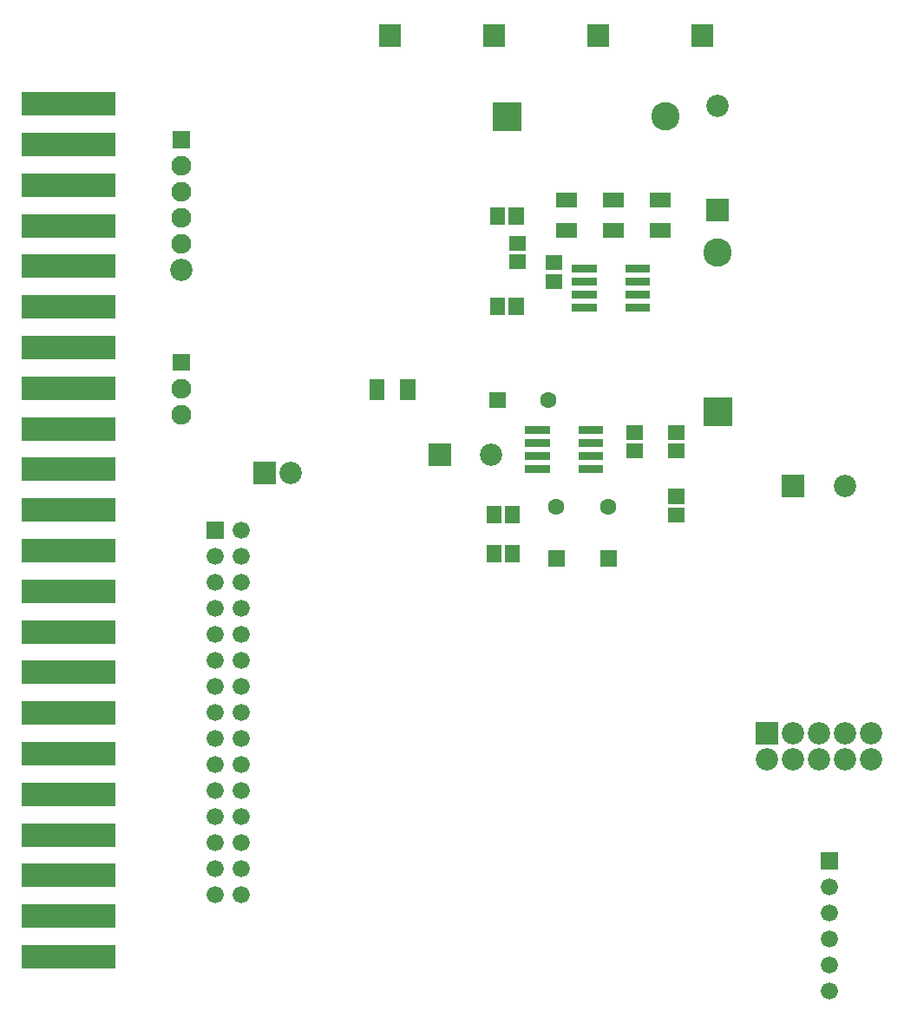
<source format=gts>
G04 start of page 2 for group 2 layer_idx 10 *
G04 Title: (unknown), top_mask *
G04 Creator: pcb-rnd 2.3.2 *
G04 CreationDate: 2021-07-14 03:04:30 UTC *
G04 For:  *
G04 Format: Gerber/RS-274X *
G04 PCB-Dimensions: 1000000 1000000 *
G04 PCB-Coordinate-Origin: lower left *
%MOIN*%
%FSLAX25Y25*%
%LNTOP_MASK_NONE_2*%
%ADD94C,0.0660*%
%ADD93C,0.0630*%
%ADD92C,0.1090*%
%ADD91C,0.0860*%
%ADD90C,0.0760*%
%ADD89C,0.0001*%
G54D89*G36*
X133500Y890300D02*Y899300D01*
X97500D01*
Y890300D01*
X133500D01*
G37*
G36*
Y874700D02*Y883700D01*
X97500D01*
Y874700D01*
X133500D01*
G37*
G36*
Y859100D02*Y868100D01*
X97500D01*
Y859100D01*
X133500D01*
G37*
G36*
Y843500D02*Y852500D01*
X97500D01*
Y843500D01*
X133500D01*
G37*
G36*
X162300Y884300D02*Y877700D01*
X155700D01*
Y884300D01*
X162300D01*
G37*
G54D90*X159000Y871000D03*
Y861000D03*
Y851000D03*
Y841000D03*
G54D91*X365000Y894000D03*
G54D92*X345024Y890000D03*
G54D89*G36*
X309000Y833000D02*X318500D01*
Y830000D01*
X309000D01*
Y833000D01*
G37*
G36*
X339000Y830000D02*X329500D01*
Y833000D01*
X339000D01*
Y830000D01*
G37*
G36*
X309000Y828000D02*X318500D01*
Y825000D01*
X309000D01*
Y828000D01*
G37*
G36*
X339000Y825000D02*X329500D01*
Y828000D01*
X339000D01*
Y825000D01*
G37*
G36*
X283469Y777846D02*Y784154D01*
X277161D01*
Y777846D01*
X283469D01*
G37*
G36*
X321000Y768000D02*X311500D01*
Y771000D01*
X321000D01*
Y768000D01*
G37*
G54D93*X300000Y781000D03*
G54D89*G36*
X291000Y771000D02*X300500D01*
Y768000D01*
X291000D01*
Y771000D01*
G37*
G36*
Y766000D02*X300500D01*
Y763000D01*
X291000D01*
Y766000D01*
G37*
G36*
Y761000D02*X300500D01*
Y758000D01*
X291000D01*
Y761000D01*
G37*
G36*
Y756000D02*X300500D01*
Y753000D01*
X291000D01*
Y756000D01*
G37*
G36*
X321000Y763000D02*X311500D01*
Y766000D01*
X321000D01*
Y763000D01*
G37*
G36*
X254000Y764300D02*X262600D01*
Y755700D01*
X254000D01*
Y764300D01*
G37*
G54D91*X278000Y760000D03*
G54D89*G36*
X321000Y758000D02*X311500D01*
Y761000D01*
X321000D01*
Y758000D01*
G37*
G36*
Y753000D02*X311500D01*
Y756000D01*
X321000D01*
Y753000D01*
G37*
G36*
X326154Y723312D02*X319846D01*
Y717003D01*
X326154D01*
Y723312D01*
G37*
G54D93*X323000Y739843D03*
G54D89*G36*
X281859Y725252D02*X276141D01*
Y718748D01*
X281859D01*
Y725252D01*
G37*
G36*
X288945D02*X283227D01*
Y718748D01*
X288945D01*
Y725252D01*
G37*
G36*
X281859Y740252D02*X276141D01*
Y733748D01*
X281859D01*
Y740252D01*
G37*
G36*
X288945D02*X283227D01*
Y733748D01*
X288945D01*
Y740252D01*
G37*
G36*
X306154Y723312D02*X299846D01*
Y717003D01*
X306154D01*
Y723312D01*
G37*
G54D93*X303000Y739843D03*
G54D89*G36*
X283317Y854889D02*X277599D01*
Y848385D01*
X283317D01*
Y854889D01*
G37*
G36*
X290403D02*X284685D01*
Y848385D01*
X290403D01*
Y854889D01*
G37*
G36*
X284749Y836953D02*Y831235D01*
X291253D01*
Y836953D01*
X284749D01*
G37*
G36*
Y844039D02*Y838321D01*
X291253D01*
Y844039D01*
X284749D01*
G37*
G36*
X309000Y823000D02*X318500D01*
Y820000D01*
X309000D01*
Y823000D01*
G37*
G36*
X298749Y829496D02*Y823778D01*
X305253D01*
Y829496D01*
X298749D01*
G37*
G36*
Y836582D02*Y830864D01*
X305253D01*
Y836582D01*
X298749D01*
G37*
G36*
X302960Y848954D02*Y843236D01*
X311040D01*
Y848954D01*
X302960D01*
G37*
G36*
Y860764D02*Y855046D01*
X311040D01*
Y860764D01*
X302960D01*
G37*
G36*
X320960Y848954D02*Y843236D01*
X329040D01*
Y848954D01*
X320960D01*
G37*
G36*
Y860764D02*Y855046D01*
X329040D01*
Y860764D01*
X320960D01*
G37*
G36*
X339000Y820000D02*X329500D01*
Y823000D01*
X339000D01*
Y820000D01*
G37*
G36*
X338960Y848954D02*Y843236D01*
X347040D01*
Y848954D01*
X338960D01*
G37*
G36*
Y860764D02*Y855046D01*
X347040D01*
Y860764D01*
X338960D01*
G37*
G36*
X309000Y818000D02*X318500D01*
Y815000D01*
X309000D01*
Y818000D01*
G37*
G36*
X283316Y820252D02*X277598D01*
Y813748D01*
X283316D01*
Y820252D01*
G37*
G36*
X290402D02*X284684D01*
Y813748D01*
X290402D01*
Y820252D01*
G37*
G36*
X236954Y789040D02*X231236D01*
Y780960D01*
X236954D01*
Y789040D01*
G37*
G36*
X248764D02*X243046D01*
Y780960D01*
X248764D01*
Y789040D01*
G37*
G36*
X339000Y815000D02*X329500D01*
Y818000D01*
X339000D01*
Y815000D01*
G37*
G36*
X329748Y771402D02*Y765684D01*
X336252D01*
Y771402D01*
X329748D01*
G37*
G36*
X345748D02*Y765684D01*
X352252D01*
Y771402D01*
X345748D01*
G37*
G36*
X329748Y764316D02*Y758598D01*
X336252D01*
Y764316D01*
X329748D01*
G37*
G36*
X345748D02*Y758598D01*
X352252D01*
Y764316D01*
X345748D01*
G37*
G36*
Y739773D02*Y734055D01*
X352252D01*
Y739773D01*
X345748D01*
G37*
G36*
Y746859D02*Y741141D01*
X352252D01*
Y746859D01*
X345748D01*
G37*
G36*
X363221Y916763D02*Y925237D01*
X354747D01*
Y916763D01*
X363221D01*
G37*
G36*
X360700Y849700D02*Y858300D01*
X369300D01*
Y849700D01*
X360700D01*
G37*
G54D92*X365000Y837512D03*
G54D89*G36*
X359500Y770988D02*X370500D01*
Y781988D01*
X359500D01*
Y770988D01*
G37*
G54D91*X394000Y652990D03*
G54D89*G36*
X379700Y657290D02*X388300D01*
Y648690D01*
X379700D01*
Y657290D01*
G37*
G36*
X389700Y752290D02*X398300D01*
Y743690D01*
X389700D01*
Y752290D01*
G37*
G54D91*X384000Y642990D03*
X394000D03*
X404000Y652990D03*
Y642990D03*
X414000Y652990D03*
Y747990D03*
Y642990D03*
G54D89*G36*
X411300Y607300D02*Y600700D01*
X404700D01*
Y607300D01*
X411300D01*
G37*
G54D94*X408000Y594000D03*
Y584000D03*
Y574000D03*
Y564000D03*
Y554000D03*
G54D91*X424000Y652990D03*
Y642990D03*
G54D89*G36*
X323221Y916763D02*Y925237D01*
X314747D01*
Y916763D01*
X323221D01*
G37*
G36*
X243221D02*Y925237D01*
X234747D01*
Y916763D01*
X243221D01*
G37*
G36*
X283221D02*Y925237D01*
X274747D01*
Y916763D01*
X283221D01*
G37*
G36*
X278500Y895500D02*Y884500D01*
X289500D01*
Y895500D01*
X278500D01*
G37*
G36*
X133500Y827900D02*Y836900D01*
X97500D01*
Y827900D01*
X133500D01*
G37*
G54D91*X159000Y831000D03*
G54D89*G36*
X133500Y812300D02*Y821300D01*
X97500D01*
Y812300D01*
X133500D01*
G37*
G36*
Y796700D02*Y805700D01*
X97500D01*
Y796700D01*
X133500D01*
G37*
G36*
X175300Y734300D02*Y727700D01*
X168700D01*
Y734300D01*
X175300D01*
G37*
G36*
X162300Y798800D02*Y792200D01*
X155700D01*
Y798800D01*
X162300D01*
G37*
G54D90*X159000Y785500D03*
Y775500D03*
G54D94*X182000Y731000D03*
X172000Y721000D03*
G54D89*G36*
X186700Y757300D02*X195300D01*
Y748700D01*
X186700D01*
Y757300D01*
G37*
G54D91*X200843Y753000D03*
G54D94*X182000Y721000D03*
X172000Y711000D03*
X182000D03*
X172000Y701000D03*
X182000D03*
X172000Y691000D03*
Y681000D03*
Y671000D03*
Y661000D03*
Y651000D03*
Y641000D03*
Y631000D03*
Y621000D03*
Y611000D03*
Y601000D03*
Y591000D03*
X182000Y691000D03*
Y681000D03*
Y671000D03*
Y661000D03*
Y651000D03*
Y641000D03*
Y631000D03*
Y621000D03*
Y611000D03*
Y601000D03*
Y591000D03*
G54D89*G36*
X133500Y781100D02*Y790100D01*
X97500D01*
Y781100D01*
X133500D01*
G37*
G36*
Y765500D02*Y774500D01*
X97500D01*
Y765500D01*
X133500D01*
G37*
G36*
Y749900D02*Y758900D01*
X97500D01*
Y749900D01*
X133500D01*
G37*
G36*
Y734300D02*Y743300D01*
X97500D01*
Y734300D01*
X133500D01*
G37*
G36*
Y718700D02*Y727700D01*
X97500D01*
Y718700D01*
X133500D01*
G37*
G36*
Y703100D02*Y712100D01*
X97500D01*
Y703100D01*
X133500D01*
G37*
G36*
Y687500D02*Y696500D01*
X97500D01*
Y687500D01*
X133500D01*
G37*
G36*
Y671900D02*Y680900D01*
X97500D01*
Y671900D01*
X133500D01*
G37*
G36*
Y656300D02*Y665300D01*
X97500D01*
Y656300D01*
X133500D01*
G37*
G36*
Y640700D02*Y649700D01*
X97500D01*
Y640700D01*
X133500D01*
G37*
G36*
Y625100D02*Y634100D01*
X97500D01*
Y625100D01*
X133500D01*
G37*
G36*
Y609500D02*Y618500D01*
X97500D01*
Y609500D01*
X133500D01*
G37*
G36*
Y593900D02*Y602900D01*
X97500D01*
Y593900D01*
X133500D01*
G37*
G36*
Y578300D02*Y587300D01*
X97500D01*
Y578300D01*
X133500D01*
G37*
G36*
Y562700D02*Y571700D01*
X97500D01*
Y562700D01*
X133500D01*
G37*
M02*

</source>
